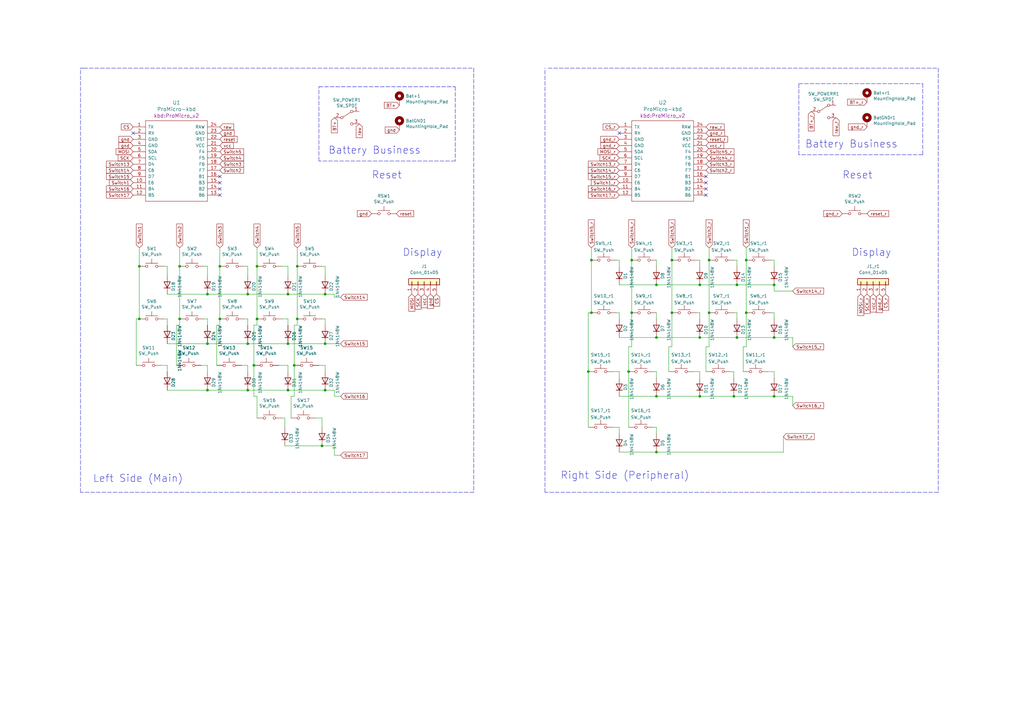
<source format=kicad_sch>
(kicad_sch (version 20250114) (generator "eeschema") (generator_version "9.0")
  (paper "A3")
  (title_block (title "Sweep V2") (date "2021-03-10") (rev "0.1") (company "broomlabs"))
  (text "Battery Business" (at 134.62 63.5 0) (effects (font (size 2.9972 2.9972)) (justify left bottom)))
  (text "Reset" (at 152.4 73.66 0) (effects (font (size 2.9972 2.9972)) (justify left bottom)))
  (text "Left Side (Main)" (at 38.1 198.12 0) (effects (font (size 2.9972 2.9972)) (justify left bottom)))
  (text "Display" (at 165.1 105.41 0) (effects (font (size 2.9972 2.9972)) (justify left bottom)))
  (text "Right Side (Peripheral)" (at 229.87 196.85 0) (effects (font (size 2.9972 2.9972)) (justify left bottom)))
  (text "Battery Business" (at 330.2 60.96 0) (effects (font (size 2.9972 2.9972)) (justify left bottom)))
  (text "Reset" (at 345.44 73.66 0) (effects (font (size 2.9972 2.9972)) (justify left bottom)))
  (text "Display" (at 349.25 105.41 0) (effects (font (size 2.9972 2.9972)) (justify left bottom)))
  (junction (at 85.09 140.97))
  (junction (at 90.17 109.22))
  (junction (at 275.59 128.27))
  (junction (at 317.5 116.84))
  (junction (at 121.92 109.22))
  (junction (at 290.83 106.68))
  (junction (at 269.24 138.43))
  (junction (at 287.02 116.84))
  (junction (at 287.02 162.56))
  (junction (at 118.11 120.65))
  (junction (at 287.02 138.43))
  (junction (at 259.08 128.27))
  (junction (at 85.09 120.65))
  (junction (at 133.35 160.02))
  (junction (at 132.08 182.88))
  (junction (at 302.26 138.43))
  (junction (at 259.08 106.68))
  (junction (at 90.17 130.81))
  (junction (at 290.83 128.27))
  (junction (at 101.6 140.97))
  (junction (at 269.24 116.84))
  (junction (at 269.24 162.56))
  (junction (at 73.66 130.81))
  (junction (at 101.6 120.65))
  (junction (at 257.81 152.4))
  (junction (at 120.65 149.86))
  (junction (at 118.11 140.97))
  (junction (at 73.66 109.22))
  (junction (at 57.15 130.81))
  (junction (at 105.41 109.22))
  (junction (at 275.59 106.68))
  (junction (at 242.57 106.68))
  (junction (at 57.15 109.22))
  (junction (at 118.11 160.02))
  (junction (at 306.07 128.27))
  (junction (at 269.24 185.42))
  (junction (at 300.99 162.56))
  (junction (at 133.35 120.65))
  (junction (at 302.26 116.84))
  (junction (at 317.5 162.56))
  (junction (at 241.3 152.4))
  (junction (at 101.6 160.02))
  (junction (at 242.57 128.27))
  (junction (at 104.14 149.86))
  (junction (at 121.92 130.81))
  (junction (at 105.41 130.81))
  (junction (at 317.5 138.43))
  (junction (at 306.07 106.68))
  (junction (at 85.09 160.02))
  (junction (at 133.35 140.97))
  (no_connect (at 90.17 74.93))
  (no_connect (at 289.56 80.01))
  (no_connect (at 90.17 72.39))
  (no_connect (at 54.61 54.61))
  (no_connect (at 254 54.61))
  (no_connect (at 90.17 77.47))
  (no_connect (at 289.56 77.47))
  (no_connect (at 90.17 80.01))
  (no_connect (at 289.56 74.93))
  (no_connect (at 289.56 72.39))
  (wire (pts (xy 287.02 106.68) (xy 287.02 109.22)))
  (wire (pts (xy 137.16 162.56) (xy 139.7 162.56)))
  (wire (pts (xy 133.35 149.86) (xy 133.35 152.4)))
  (wire (pts (xy 314.96 152.4) (xy 317.5 152.4)))
  (wire (pts (xy 287.02 128.27) (xy 287.02 130.81)))
  (polyline (pts (xy 223.52 201.93) (xy 223.52 27.94)) (stroke (width 0) (type dash)))
  (wire (pts (xy 85.09 109.22) (xy 85.09 113.03)))
  (polyline (pts (xy 130.81 35.56) (xy 186.69 35.56)) (stroke (width 0) (type dash)))
  (wire (pts (xy 285.75 106.68) (xy 287.02 106.68)))
  (wire (pts (xy 269.24 152.4) (xy 269.24 154.94)))
  (wire (pts (xy 100.33 109.22) (xy 101.6 109.22)))
  (wire (pts (xy 101.6 109.22) (xy 101.6 113.03)))
  (wire (pts (xy 73.66 133.35) (xy 72.39 133.35)))
  (wire (pts (xy 57.15 109.22) (xy 57.15 130.81)))
  (wire (pts (xy 132.08 171.45) (xy 132.08 175.26)))
  (wire (pts (xy 83.82 130.81) (xy 85.09 130.81)))
  (polyline (pts (xy 384.81 27.94) (xy 384.81 201.93)) (stroke (width 0) (type dash)))
  (wire (pts (xy 290.83 142.24) (xy 289.56 142.24)))
  (wire (pts (xy 85.09 120.65) (xy 101.6 120.65)))
  (wire (pts (xy 73.66 109.22) (xy 73.66 130.81)))
  (wire (pts (xy 300.99 162.56) (xy 317.5 162.56)))
  (wire (pts (xy 68.58 109.22) (xy 68.58 113.03)))
  (wire (pts (xy 90.17 130.81) (xy 90.17 133.35)))
  (wire (pts (xy 242.57 101.6) (xy 242.57 106.68)))
  (polyline (pts (xy 224.79 27.94) (xy 384.81 27.94)) (stroke (width 0) (type dash)))
  (wire (pts (xy 302.26 106.68) (xy 302.26 109.22)))
  (wire (pts (xy 90.17 109.22) (xy 90.17 130.81)))
  (wire (pts (xy 269.24 128.27) (xy 269.24 130.81)))
  (wire (pts (xy 269.24 185.42) (xy 321.31 185.42)))
  (wire (pts (xy 101.6 120.65) (xy 118.11 120.65)))
  (wire (pts (xy 129.54 171.45) (xy 132.08 171.45)))
  (wire (pts (xy 116.84 182.88) (xy 132.08 182.88)))
  (wire (pts (xy 88.9 133.35) (xy 88.9 149.86)))
  (wire (pts (xy 254 106.68) (xy 254 109.22)))
  (wire (pts (xy 68.58 130.81) (xy 68.58 133.35)))
  (wire (pts (xy 259.08 128.27) (xy 259.08 142.24)))
  (wire (pts (xy 133.35 109.22) (xy 133.35 113.03)))
  (wire (pts (xy 132.08 109.22) (xy 133.35 109.22)))
  (wire (pts (xy 287.02 116.84) (xy 302.26 116.84)))
  (wire (pts (xy 302.26 138.43) (xy 317.5 138.43)))
  (wire (pts (xy 269.24 116.84) (xy 287.02 116.84)))
  (wire (pts (xy 115.57 130.81) (xy 118.11 130.81)))
  (wire (pts (xy 73.66 101.6) (xy 73.66 109.22)))
  (wire (pts (xy 259.08 142.24) (xy 257.81 142.24)))
  (wire (pts (xy 241.3 128.27) (xy 242.57 128.27)))
  (wire (pts (xy 118.11 120.65) (xy 133.35 120.65)))
  (polyline (pts (xy 378.46 63.5) (xy 327.66 63.5)) (stroke (width 0) (type dash)))
  (wire (pts (xy 137.16 121.92) (xy 139.7 121.92)))
  (wire (pts (xy 284.48 152.4) (xy 287.02 152.4)))
  (wire (pts (xy 66.04 149.86) (xy 68.58 149.86)))
  (wire (pts (xy 290.83 106.68) (xy 290.83 128.27)))
  (wire (pts (xy 104.14 162.56) (xy 105.41 162.56)))
  (wire (pts (xy 83.82 109.22) (xy 85.09 109.22)))
  (wire (pts (xy 72.39 133.35) (xy 72.39 149.86)))
  (wire (pts (xy 137.16 182.88) (xy 137.16 186.69)))
  (wire (pts (xy 121.92 109.22) (xy 121.92 130.81)))
  (wire (pts (xy 317.5 152.4) (xy 317.5 154.94)))
  (wire (pts (xy 133.35 160.02) (xy 137.16 160.02)))
  (wire (pts (xy 100.33 130.81) (xy 101.6 130.81)))
  (wire (pts (xy 132.08 130.81) (xy 133.35 130.81)))
  (wire (pts (xy 55.88 130.81) (xy 57.15 130.81)))
  (wire (pts (xy 68.58 149.86) (xy 68.58 152.4)))
  (wire (pts (xy 115.57 171.45) (xy 116.84 171.45)))
  (wire (pts (xy 137.16 186.69) (xy 139.7 186.69)))
  (wire (pts (xy 68.58 140.97) (xy 85.09 140.97)))
  (wire (pts (xy 274.32 142.24) (xy 274.32 152.4)))
  (wire (pts (xy 254 162.56) (xy 269.24 162.56)))
  (polyline (pts (xy 130.81 66.04) (xy 130.81 35.56)) (stroke (width 0) (type dash)))
  (polyline (pts (xy 33.02 201.93) (xy 33.02 27.94)) (stroke (width 0) (type dash)))
  (wire (pts (xy 55.88 149.86) (xy 55.88 130.81)))
  (wire (pts (xy 119.38 162.56) (xy 119.38 171.45)))
  (wire (pts (xy 85.09 149.86) (xy 85.09 152.4)))
  (polyline (pts (xy 186.69 66.04) (xy 130.81 66.04)) (stroke (width 0) (type dash)))
  (wire (pts (xy 317.5 138.43) (xy 325.12 138.43)))
  (wire (pts (xy 101.6 149.86) (xy 101.6 152.4)))
  (wire (pts (xy 133.35 130.81) (xy 133.35 133.35)))
  (wire (pts (xy 118.11 130.81) (xy 118.11 133.35)))
  (wire (pts (xy 285.75 128.27) (xy 287.02 128.27)))
  (wire (pts (xy 316.23 106.68) (xy 317.5 106.68)))
  (wire (pts (xy 121.92 101.6) (xy 121.92 109.22)))
  (wire (pts (xy 257.81 152.4) (xy 257.81 175.26)))
  (wire (pts (xy 101.6 130.81) (xy 101.6 133.35)))
  (wire (pts (xy 251.46 175.26) (xy 254 175.26)))
  (wire (pts (xy 118.11 109.22) (xy 118.11 113.03)))
  (wire (pts (xy 300.99 128.27) (xy 302.26 128.27)))
  (wire (pts (xy 118.11 160.02) (xy 133.35 160.02)))
  (wire (pts (xy 104.14 149.86) (xy 104.14 162.56)))
  (wire (pts (xy 133.35 140.97) (xy 139.7 140.97)))
  (wire (pts (xy 254 152.4) (xy 254 154.94)))
  (wire (pts (xy 120.65 162.56) (xy 119.38 162.56)))
  (wire (pts (xy 120.65 133.35) (xy 120.65 149.86)))
  (wire (pts (xy 137.16 160.02) (xy 137.16 162.56)))
  (wire (pts (xy 275.59 101.6) (xy 275.59 106.68)))
  (wire (pts (xy 254 128.27) (xy 254 130.81)))
  (wire (pts (xy 241.3 152.4) (xy 241.3 128.27)))
  (wire (pts (xy 325.12 162.56) (xy 325.12 166.37)))
  (wire (pts (xy 121.92 130.81) (xy 121.92 133.35)))
  (polyline (pts (xy 327.66 63.5) (xy 327.66 34.29)) (stroke (width 0) (type dash)))
  (wire (pts (xy 114.3 149.86) (xy 118.11 149.86)))
  (wire (pts (xy 68.58 160.02) (xy 85.09 160.02)))
  (wire (pts (xy 118.11 149.86) (xy 118.11 152.4)))
  (wire (pts (xy 252.73 128.27) (xy 254 128.27)))
  (wire (pts (xy 317.5 128.27) (xy 317.5 130.81)))
  (polyline (pts (xy 34.29 27.94) (xy 194.31 27.94)) (stroke (width 0) (type dash)))
  (wire (pts (xy 287.02 152.4) (xy 287.02 154.94)))
  (wire (pts (xy 306.07 101.6) (xy 306.07 106.68)))
  (wire (pts (xy 290.83 101.6) (xy 290.83 106.68)))
  (wire (pts (xy 67.31 109.22) (xy 68.58 109.22)))
  (polyline (pts (xy 327.66 34.29) (xy 378.46 34.29)) (stroke (width 0) (type dash)))
  (polyline (pts (xy 186.69 35.56) (xy 186.69 66.04)) (stroke (width 0) (type dash)))
  (wire (pts (xy 254 185.42) (xy 269.24 185.42)))
  (wire (pts (xy 254 138.43) (xy 269.24 138.43)))
  (wire (pts (xy 287.02 162.56) (xy 300.99 162.56)))
  (wire (pts (xy 317.5 119.38) (xy 325.12 119.38)))
  (wire (pts (xy 120.65 149.86) (xy 120.65 162.56)))
  (wire (pts (xy 299.72 152.4) (xy 300.99 152.4)))
  (wire (pts (xy 68.58 120.65) (xy 85.09 120.65)))
  (polyline (pts (xy 378.46 34.29) (xy 378.46 63.5)) (stroke (width 0) (type dash)))
  (wire (pts (xy 300.99 106.68) (xy 302.26 106.68)))
  (wire (pts (xy 104.14 133.35) (xy 104.14 149.86)))
  (wire (pts (xy 259.08 106.68) (xy 259.08 128.27)))
  (wire (pts (xy 137.16 120.65) (xy 137.16 121.92)))
  (wire (pts (xy 317.5 106.68) (xy 317.5 109.22)))
  (polyline (pts (xy 33.02 27.94) (xy 34.29 27.94)) (stroke (width 0) (type dash)))
  (wire (pts (xy 105.41 101.6) (xy 105.41 109.22)))
  (polyline (pts (xy 384.81 201.93) (xy 223.52 201.93)) (stroke (width 0) (type dash)))
  (wire (pts (xy 85.09 160.02) (xy 101.6 160.02)))
  (wire (pts (xy 269.24 162.56) (xy 287.02 162.56)))
  (wire (pts (xy 242.57 106.68) (xy 242.57 128.27)))
  (wire (pts (xy 133.35 120.65) (xy 137.16 120.65)))
  (wire (pts (xy 118.11 140.97) (xy 133.35 140.97)))
  (wire (pts (xy 85.09 140.97) (xy 101.6 140.97)))
  (wire (pts (xy 57.15 101.6) (xy 57.15 109.22)))
  (wire (pts (xy 302.26 128.27) (xy 302.26 130.81)))
  (wire (pts (xy 105.41 133.35) (xy 104.14 133.35)))
  (wire (pts (xy 105.41 109.22) (xy 105.41 130.81)))
  (wire (pts (xy 252.73 106.68) (xy 254 106.68)))
  (wire (pts (xy 105.41 130.81) (xy 105.41 133.35)))
  (wire (pts (xy 269.24 175.26) (xy 269.24 177.8)))
  (wire (pts (xy 90.17 133.35) (xy 88.9 133.35)))
  (wire (pts (xy 275.59 142.24) (xy 274.32 142.24)))
  (wire (pts (xy 317.5 162.56) (xy 325.12 162.56)))
  (wire (pts (xy 304.8 142.24) (xy 304.8 152.4)))
  (wire (pts (xy 251.46 152.4) (xy 254 152.4)))
  (wire (pts (xy 275.59 128.27) (xy 275.59 142.24)))
  (wire (pts (xy 115.57 109.22) (xy 118.11 109.22)))
  (wire (pts (xy 325.12 138.43) (xy 325.12 142.24)))
  (wire (pts (xy 269.24 138.43) (xy 287.02 138.43)))
  (wire (pts (xy 85.09 130.81) (xy 85.09 133.35)))
  (wire (pts (xy 254 175.26) (xy 254 177.8)))
  (wire (pts (xy 105.41 162.56) (xy 105.41 171.45)))
  (wire (pts (xy 306.07 142.24) (xy 304.8 142.24)))
  (wire (pts (xy 267.97 152.4) (xy 269.24 152.4)))
  (wire (pts (xy 99.06 149.86) (xy 101.6 149.86)))
  (wire (pts (xy 121.92 133.35) (xy 120.65 133.35)))
  (polyline (pts (xy 194.31 27.94) (xy 194.31 201.93)) (stroke (width 0) (type dash)))
  (wire (pts (xy 289.56 142.24) (xy 289.56 152.4)))
  (wire (pts (xy 67.31 130.81) (xy 68.58 130.81)))
  (polyline (pts (xy 194.31 201.93) (xy 33.02 201.93)) (stroke (width 0) (type dash)))
  (wire (pts (xy 287.02 138.43) (xy 302.26 138.43)))
  (wire (pts (xy 257.81 142.24) (xy 257.81 152.4)))
  (wire (pts (xy 241.3 152.4) (xy 241.3 175.26)))
  (wire (pts (xy 101.6 160.02) (xy 118.11 160.02)))
  (wire (pts (xy 302.26 116.84) (xy 317.5 116.84)))
  (wire (pts (xy 259.08 101.6) (xy 259.08 106.68)))
  (wire (pts (xy 101.6 140.97) (xy 118.11 140.97)))
  (wire (pts (xy 267.97 175.26) (xy 269.24 175.26)))
  (wire (pts (xy 130.81 149.86) (xy 133.35 149.86)))
  (wire (pts (xy 132.08 182.88) (xy 137.16 182.88)))
  (wire (pts (xy 116.84 171.45) (xy 116.84 175.26)))
  (wire (pts (xy 90.17 101.6) (xy 90.17 109.22)))
  (wire (pts (xy 269.24 106.68) (xy 269.24 109.22)))
  (wire (pts (xy 73.66 130.81) (xy 73.66 133.35)))
  (wire (pts (xy 290.83 128.27) (xy 290.83 142.24)))
  (wire (pts (xy 275.59 106.68) (xy 275.59 128.27)))
  (wire (pts (xy 316.23 128.27) (xy 317.5 128.27)))
  (wire (pts (xy 254 116.84) (xy 269.24 116.84)))
  (wire (pts (xy 306.07 128.27) (xy 306.07 142.24)))
  (wire (pts (xy 306.07 106.68) (xy 306.07 128.27)))
  (wire (pts (xy 317.5 116.84) (xy 317.5 119.38)))
  (wire (pts (xy 300.99 152.4) (xy 300.99 154.94)))
  (wire (pts (xy 321.31 185.42) (xy 321.31 179.07)))
  (wire (pts (xy 82.55 149.86) (xy 85.09 149.86)))
  (global_label "Switch14" (shape input) (at 54.61 69.85 180) (property "Intersheetrefs" "${INTERSHEET_REFS}" (effects (hide yes))))
  (global_label "BT+_r" (shape input) (at 332.74 45.72 270) (property "Intersheetrefs" "${INTERSHEET_REFS}" (effects (hide yes))))
  (global_label "Switch3_r" (shape input) (at 275.59 101.6 90) (property "Intersheetrefs" "${INTERSHEET_REFS}" (effects (hide yes))))
  (global_label "Switch5" (shape input) (at 121.92 101.6 90) (property "Intersheetrefs" "${INTERSHEET_REFS}" (effects (hide yes))))
  (global_label "Switch15_r" (shape input) (at 325.12 142.24 0) (property "Intersheetrefs" "${INTERSHEET_REFS}" (effects (hide yes))))
  (global_label "gnd_r" (shape input) (at 360.68 120.65 270) (property "Intersheetrefs" "${INTERSHEET_REFS}" (effects (hide yes))))
  (global_label "Switch4" (shape input) (at 90.17 64.77 0) (property "Intersheetrefs" "${INTERSHEET_REFS}" (effects (hide yes))))
  (global_label "reset" (shape input) (at 162.56 87.63 0) (property "Intersheetrefs" "${INTERSHEET_REFS}" (effects (hide yes))))
  (global_label "vcc_r" (shape input) (at 358.14 120.65 270) (property "Intersheetrefs" "${INTERSHEET_REFS}" (effects (hide yes))))
  (global_label "vcc" (shape input) (at 90.17 59.69 0) (property "Intersheetrefs" "${INTERSHEET_REFS}" (effects (hide yes))))
  (global_label "Switch16" (shape input) (at 139.7 162.56 0) (property "Intersheetrefs" "${INTERSHEET_REFS}" (effects (hide yes))))
  (global_label "gnd" (shape input) (at 152.4 87.63 180) (property "Intersheetrefs" "${INTERSHEET_REFS}" (effects (hide yes))))
  (global_label "gnd_r" (shape input) (at 345.44 87.63 180) (property "Intersheetrefs" "${INTERSHEET_REFS}" (effects (hide yes))))
  (global_label "Switch17_r" (shape input) (at 321.31 179.07 0) (property "Intersheetrefs" "${INTERSHEET_REFS}" (effects (hide yes))))
  (global_label "SCK" (shape input) (at 171.45 120.65 270) (property "Intersheetrefs" "${INTERSHEET_REFS}" (effects (hide yes))))
  (global_label "reset_r" (shape input) (at 289.56 57.15 0) (property "Intersheetrefs" "${INTERSHEET_REFS}" (effects (hide yes))))
  (global_label "gnd" (shape input) (at 163.83 53.34 180) (property "Intersheetrefs" "${INTERSHEET_REFS}" (effects (hide yes))))
  (global_label "gnd" (shape input) (at 90.17 54.61 0) (property "Intersheetrefs" "${INTERSHEET_REFS}" (effects (hide yes))))
  (global_label "gnd" (shape input) (at 54.61 59.69 180) (property "Intersheetrefs" "${INTERSHEET_REFS}" (effects (hide yes))))
  (global_label "Switch16_r" (shape input) (at 325.12 166.37 0) (property "Intersheetrefs" "${INTERSHEET_REFS}" (effects (hide yes))))
  (global_label "Switch2_r" (shape input) (at 289.56 69.85 0) (property "Intersheetrefs" "${INTERSHEET_REFS}" (effects (hide yes))))
  (global_label "raw" (shape input) (at 90.17 52.07 0) (property "Intersheetrefs" "${INTERSHEET_REFS}" (effects (hide yes))))
  (global_label "BT+" (shape input) (at 137.16 48.26 270) (property "Intersheetrefs" "${INTERSHEET_REFS}" (effects (hide yes))))
  (global_label "SCK_r" (shape input) (at 355.6 120.65 270) (property "Intersheetrefs" "${INTERSHEET_REFS}" (effects (hide yes))))
  (global_label "gnd_r" (shape input) (at 254 57.15 180) (property "Intersheetrefs" "${INTERSHEET_REFS}" (effects (hide yes))))
  (global_label "gnd" (shape input) (at 54.61 57.15 180) (property "Intersheetrefs" "${INTERSHEET_REFS}" (effects (hide yes))))
  (global_label "MOSI" (shape input) (at 168.91 120.65 270) (property "Intersheetrefs" "${INTERSHEET_REFS}" (effects (hide yes))))
  (global_label "gnd_r" (shape input) (at 254 59.69 180) (property "Intersheetrefs" "${INTERSHEET_REFS}" (effects (hide yes))))
  (global_label "Switch1_r" (shape input) (at 306.07 101.6 90) (property "Intersheetrefs" "${INTERSHEET_REFS}" (effects (hide yes))))
  (global_label "reset" (shape input) (at 90.17 57.15 0) (property "Intersheetrefs" "${INTERSHEET_REFS}" (effects (hide yes))))
  (global_label "BT+" (shape input) (at 163.83 43.18 180) (property "Intersheetrefs" "${INTERSHEET_REFS}" (effects (hide yes))))
  (global_label "Switch1" (shape input) (at 54.61 74.93 180) (property "Intersheetrefs" "${INTERSHEET_REFS}" (effects (hide yes))))
  (global_label "Switch5_r" (shape input) (at 242.57 101.6 90) (property "Intersheetrefs" "${INTERSHEET_REFS}" (effects (hide yes))))
  (global_label "Switch2" (shape input) (at 73.66 101.6 90) (property "Intersheetrefs" "${INTERSHEET_REFS}" (effects (hide yes))))
  (global_label "raw" (shape input) (at 147.32 50.8 270) (property "Intersheetrefs" "${INTERSHEET_REFS}" (effects (hide yes))))
  (global_label "Switch4_r" (shape input) (at 289.56 64.77 0) (property "Intersheetrefs" "${INTERSHEET_REFS}" (effects (hide yes))))
  (global_label "Switch3" (shape input) (at 90.17 101.6 90) (property "Intersheetrefs" "${INTERSHEET_REFS}" (effects (hide yes))))
  (global_label "Switch1_r" (shape input) (at 254 74.93 180) (property "Intersheetrefs" "${INTERSHEET_REFS}" (effects (hide yes))))
  (global_label "vcc_r" (shape input) (at 289.56 59.69 0) (property "Intersheetrefs" "${INTERSHEET_REFS}" (effects (hide yes))))
  (global_label "Switch4" (shape input) (at 105.41 101.6 90) (property "Intersheetrefs" "${INTERSHEET_REFS}" (effects (hide yes))))
  (global_label "MOSI_r" (shape input) (at 353.06 120.65 270) (property "Intersheetrefs" "${INTERSHEET_REFS}" (effects (hide yes))))
  (global_label "Switch2" (shape input) (at 90.17 69.85 0) (property "Intersheetrefs" "${INTERSHEET_REFS}" (effects (hide yes))))
  (global_label "CS" (shape input) (at 54.61 52.07 180) (property "Intersheetrefs" "${INTERSHEET_REFS}" (effects (hide yes))))
  (global_label "reset_r" (shape input) (at 355.6 87.63 0) (property "Intersheetrefs" "${INTERSHEET_REFS}" (effects (hide yes))))
  (global_label "vcc" (shape input) (at 173.99 120.65 270) (property "Intersheetrefs" "${INTERSHEET_REFS}" (effects (hide yes))))
  (global_label "Switch3_r" (shape input) (at 289.56 67.31 0) (property "Intersheetrefs" "${INTERSHEET_REFS}" (effects (hide yes))))
  (global_label "Switch4_r" (shape input) (at 259.08 101.6 90) (property "Intersheetrefs" "${INTERSHEET_REFS}" (effects (hide yes))))
  (global_label "SCK" (shape input) (at 54.61 64.77 180) (property "Intersheetrefs" "${INTERSHEET_REFS}" (effects (hide yes))))
  (global_label "Switch3" (shape input) (at 90.17 67.31 0) (property "Intersheetrefs" "${INTERSHEET_REFS}" (effects (hide yes))))
  (global_label "gnd_r" (shape input) (at 355.6 52.07 180) (property "Intersheetrefs" "${INTERSHEET_REFS}" (effects (hide yes))))
  (global_label "Switch15" (shape input) (at 54.61 72.39 180) (property "Intersheetrefs" "${INTERSHEET_REFS}" (effects (hide yes))))
  (global_label "Switch16" (shape input) (at 54.61 77.47 180) (property "Intersheetrefs" "${INTERSHEET_REFS}" (effects (hide yes))))
  (global_label "MOSI" (shape input) (at 54.61 62.23 180) (property "Intersheetrefs" "${INTERSHEET_REFS}" (effects (hide yes))))
  (global_label "Switch1" (shape input) (at 57.15 101.6 90) (property "Intersheetrefs" "${INTERSHEET_REFS}" (effects (hide yes))))
  (global_label "Switch2_r" (shape input) (at 290.83 101.6 90) (property "Intersheetrefs" "${INTERSHEET_REFS}" (effects (hide yes))))
  (global_label "gnd_r" (shape input) (at 718.82 306.07 0) (property "Intersheetrefs" "${INTERSHEET_REFS}" (effects (hide yes))))
  (global_label "gnd" (shape input) (at 176.53 120.65 270) (property "Intersheetrefs" "${INTERSHEET_REFS}" (effects (hide yes))))
  (global_label "Switch15_r" (shape input) (at 254 72.39 180) (property "Intersheetrefs" "${INTERSHEET_REFS}" (effects (hide yes))))
  (global_label "raw_r" (shape input) (at 342.9 48.26 270) (property "Intersheetrefs" "${INTERSHEET_REFS}" (effects (hide yes))))
  (global_label "raw_r" (shape input) (at 289.56 52.07 0) (property "Intersheetrefs" "${INTERSHEET_REFS}" (effects (hide yes))))
  (global_label "Switch15" (shape input) (at 139.7 140.97 0) (property "Intersheetrefs" "${INTERSHEET_REFS}" (effects (hide yes))))
  (global_label "Switch17" (shape input) (at 54.61 80.01 180) (property "Intersheetrefs" "${INTERSHEET_REFS}" (effects (hide yes))))
  (global_label "BT+_r" (shape input) (at 355.6 41.91 180) (property "Intersheetrefs" "${INTERSHEET_REFS}" (effects (hide yes))))
  (global_label "MOSI_r" (shape input) (at 254 62.23 180) (property "Intersheetrefs" "${INTERSHEET_REFS}" (effects (hide yes))))
  (global_label "SCK_r" (shape input) (at 254 64.77 180) (property "Intersheetrefs" "${INTERSHEET_REFS}" (effects (hide yes))))
  (global_label "Switch14_r" (shape input) (at 254 69.85 180) (property "Intersheetrefs" "${INTERSHEET_REFS}" (effects (hide yes))))
  (global_label "Switch14_r" (shape input) (at 325.12 119.38 0) (property "Intersheetrefs" "${INTERSHEET_REFS}" (effects (hide yes))))
  (global_label "CS" (shape input) (at 179.07 120.65 270) (property "Intersheetrefs" "${INTERSHEET_REFS}" (effects (hide yes))))
  (global_label "Switch5" (shape input) (at 90.17 62.23 0) (property "Intersheetrefs" "${INTERSHEET_REFS}" (effects (hide yes))))
  (global_label "Switch13_r" (shape input) (at 254 67.31 180) (property "Intersheetrefs" "${INTERSHEET_REFS}" (effects (hide yes))))
  (global_label "Switch17" (shape input) (at 139.7 186.69 0) (property "Intersheetrefs" "${INTERSHEET_REFS}" (effects (hide yes))))
  (global_label "gnd_r" (shape input) (at 289.56 54.61 0) (property "Intersheetrefs" "${INTERSHEET_REFS}" (effects (hide yes))))
  (global_label "Switch5_r" (shape input) (at 289.56 62.23 0) (property "Intersheetrefs" "${INTERSHEET_REFS}" (effects (hide yes))))
  (global_label "CS_r" (shape input) (at 363.22 120.65 270) (property "Intersheetrefs" "${INTERSHEET_REFS}" (effects (hide yes))))
  (global_label "Switch13" (shape input) (at 54.61 67.31 180) (property "Intersheetrefs" "${INTERSHEET_REFS}" (effects (hide yes))))
  (global_label "Switch14" (shape input) (at 139.7 121.92 0) (property "Intersheetrefs" "${INTERSHEET_REFS}" (effects (hide yes))))
  (global_label "Switch17_r" (shape input) (at 254 80.01 180) (property "Intersheetrefs" "${INTERSHEET_REFS}" (effects (hide yes))))
  (global_label "Switch16_r" (shape input) (at 254 77.47 180) (property "Intersheetrefs" "${INTERSHEET_REFS}" (effects (hide yes))))
  (global_label "CS_r" (shape input) (at 254 52.07 180) (property "Intersheetrefs" "${INTERSHEET_REFS}" (effects (hide yes))))
  (symbol (lib_id "Mechanical:MountingHole_Pad") (at 163.83 40.64 0) (unit 1)
    (property "Reference" "Bat+1" (at 166.37 39.3954 0) (effects (justify left)))
    (property "Value" "MountingHole_Pad" (at 166.37 41.7068 0) (effects (justify left)))
    (property "Footprint" "kbd:1pin_conn" (effects (hide yes)))
  )
  (symbol (lib_id "Mechanical:MountingHole_Pad") (at 163.83 50.8 0) (unit 1)
    (property "Reference" "BatGND1" (at 166.37 49.5554 0) (effects (justify left)))
    (property "Value" "MountingHole_Pad" (at 166.37 51.8668 0) (effects (justify left)))
    (property "Footprint" "kbd:1pin_conn" (effects (hide yes)))
  )
  (symbol (lib_id "sweepv2-rescue:ProMicro-kbd-bigblackpill-34key-rescue") (at 72.39 71.12 0) (unit 1)
    (property "Reference" "U1" (at 72.39 42.0878 0) (effects (font (size 1.524 1.524))))
    (property "Value" "ProMicro-kbd" (at 72.39 44.7802 0) (effects (font (size 1.524 1.524))))
    (property "Footprint" "kbd:ProMicro_v2" (at 72.39 47.4726 0) (effects (font (size 1.524 1.524))))
  )
  (symbol (lib_id "Switch:SW_Push") (at 62.23 109.22 0) (unit 1)
    (property "Reference" "SW1" (at 62.23 101.981 0))
    (property "Value" "SW_Push" (at 62.23 104.2924 0))
    (property "Footprint" "Kailh:SW_PG1350_rev_DPB" (effects (hide yes)))
  )
  (symbol (lib_id "Switch:SW_Push") (at 78.74 109.22 0) (unit 1)
    (property "Reference" "SW2" (at 78.74 101.981 0))
    (property "Value" "SW_Push" (at 78.74 104.2924 0))
    (property "Footprint" "Kailh:SW_PG1350_rev_DPB" (effects (hide yes)))
  )
  (symbol (lib_id "Switch:SW_Push") (at 95.25 109.22 0) (unit 1)
    (property "Reference" "SW3" (at 95.25 101.981 0))
    (property "Value" "SW_Push" (at 95.25 104.2924 0))
    (property "Footprint" "Kailh:SW_PG1350_rev_DPB" (effects (hide yes)))
  )
  (symbol (lib_id "Switch:SW_Push") (at 110.49 109.22 0) (unit 1)
    (property "Reference" "SW4" (at 110.49 101.981 0))
    (property "Value" "SW_Push" (at 110.49 104.2924 0))
    (property "Footprint" "Kailh:SW_PG1350_rev_DPB" (effects (hide yes)))
  )
  (symbol (lib_id "Switch:SW_Push") (at 127 109.22 0) (unit 1)
    (property "Reference" "SW5" (at 127 101.981 0))
    (property "Value" "SW_Push" (at 127 104.2924 0))
    (property "Footprint" "Kailh:SW_PG1350_rev_DPB" (effects (hide yes)))
  )
  (symbol (lib_id "Switch:SW_Push") (at 110.49 171.45 0) (unit 1)
    (property "Reference" "SW16" (at 110.49 164.211 0))
    (property "Value" "SW_Push" (at 110.49 166.5224 0))
    (property "Footprint" "Kailh:SW_PG1350_rev_DPB" (effects (hide yes)))
  )
  (symbol (lib_id "Switch:SW_Push") (at 124.46 171.45 0) (unit 1)
    (property "Reference" "SW17" (at 124.46 164.211 0))
    (property "Value" "SW_Push" (at 124.46 166.5224 0))
    (property "Footprint" "Kailh:SW_PG1350_rev_DPB" (effects (hide yes)))
  )
  (symbol (lib_id "Switch:SW_Push") (at 62.23 130.81 0) (unit 1)
    (property "Reference" "SW6" (at 62.23 123.571 0))
    (property "Value" "SW_Push" (at 62.23 125.8824 0))
    (property "Footprint" "Kailh:SW_PG1350_rev_DPB" (effects (hide yes)))
  )
  (symbol (lib_id "Switch:SW_Push") (at 78.74 130.81 0) (unit 1)
    (property "Reference" "SW7" (at 78.74 123.571 0))
    (property "Value" "SW_Push" (at 78.74 125.8824 0))
    (property "Footprint" "Kailh:SW_PG1350_rev_DPB" (effects (hide yes)))
  )
  (symbol (lib_id "Switch:SW_Push") (at 95.25 130.81 0) (unit 1)
    (property "Reference" "SW8" (at 95.25 123.571 0))
    (property "Value" "SW_Push" (at 95.25 125.8824 0))
    (property "Footprint" "Kailh:SW_PG1350_rev_DPB" (effects (hide yes)))
  )
  (symbol (lib_id "Switch:SW_Push") (at 110.49 130.81 0) (unit 1)
    (property "Reference" "SW9" (at 110.49 123.571 0))
    (property "Value" "SW_Push" (at 110.49 125.8824 0))
    (property "Footprint" "Kailh:SW_PG1350_rev_DPB" (effects (hide yes)))
  )
  (symbol (lib_id "Switch:SW_Push") (at 127 130.81 0) (unit 1)
    (property "Reference" "SW10" (at 127 123.571 0))
    (property "Value" "SW_Push" (at 127 125.8824 0))
    (property "Footprint" "Kailh:SW_PG1350_rev_DPB" (effects (hide yes)))
  )
  (symbol (lib_id "Switch:SW_Push") (at 60.96 149.86 0) (unit 1)
    (property "Reference" "SW11" (at 60.96 142.621 0))
    (property "Value" "SW_Push" (at 60.96 144.9324 0))
    (property "Footprint" "Kailh:SW_PG1350_rev_DPB" (effects (hide yes)))
  )
  (symbol (lib_id "Switch:SW_Push") (at 77.47 149.86 0) (unit 1)
    (property "Reference" "SW12" (at 77.47 142.621 0))
    (property "Value" "SW_Push" (at 77.47 144.9324 0))
    (property "Footprint" "Kailh:SW_PG1350_rev_DPB" (effects (hide yes)))
  )
  (symbol (lib_id "Switch:SW_Push") (at 93.98 149.86 0) (unit 1)
    (property "Reference" "SW13" (at 93.98 142.621 0))
    (property "Value" "SW_Push" (at 93.98 144.9324 0))
    (property "Footprint" "Kailh:SW_PG1350_rev_DPB" (effects (hide yes)))
  )
  (symbol (lib_id "Switch:SW_Push") (at 109.22 149.86 0) (unit 1)
    (property "Reference" "SW14" (at 109.22 142.621 0))
    (property "Value" "SW_Push" (at 109.22 144.9324 0))
    (property "Footprint" "Kailh:SW_PG1350_rev_DPB" (effects (hide yes)))
  )
  (symbol (lib_id "Switch:SW_Push") (at 125.73 149.86 0) (unit 1)
    (property "Reference" "SW15" (at 125.73 142.621 0))
    (property "Value" "SW_Push" (at 125.73 144.9324 0))
    (property "Footprint" "Kailh:SW_PG1350_rev_DPB" (effects (hide yes)))
  )
  (symbol (lib_id "Switch:SW_Push") (at 157.48 87.63 0) (unit 1)
    (property "Reference" "RSW1" (at 157.48 80.391 0))
    (property "Value" "SW_Push" (at 157.48 82.7024 0))
    (property "Footprint" "kbd:ResetSW" (effects (hide yes)))
  )
  (symbol (lib_id "Switch:SW_SPDT") (at 142.24 48.26 0) (unit 1)
    (property "Reference" "SW_POWER1" (at 142.24 41.021 0))
    (property "Value" "SW_SPDT" (at 142.24 43.3324 0))
    (property "Footprint" "Kailh:SPDT_C128955" (effects (hide yes)))
  )
  (symbol (lib_id "Switch:SW_Push") (at 311.15 106.68 0) (unit 1)
    (property "Reference" "SW1_r1" (at 311.15 99.7925 0))
    (property "Value" "SW_Push" (at 311.15 102.5676 0))
    (property "Footprint" "Kailh:SW_PG1350_rev_DPB" (effects (hide yes)))
  )
  (symbol (lib_id "Switch:SW_Push") (at 295.91 106.68 0) (unit 1)
    (property "Reference" "SW2_r1" (at 295.91 99.7925 0))
    (property "Value" "SW_Push" (at 295.91 102.5676 0))
    (property "Footprint" "Kailh:SW_PG1350_rev_DPB" (effects (hide yes)))
  )
  (symbol (lib_id "Switch:SW_Push") (at 280.67 106.68 0) (unit 1)
    (property "Reference" "SW3_r1" (at 280.67 99.7925 0))
    (property "Value" "SW_Push" (at 280.67 102.5676 0))
    (property "Footprint" "Kailh:SW_PG1350_rev_DPB" (effects (hide yes)))
  )
  (symbol (lib_id "Switch:SW_Push") (at 264.16 106.68 0) (unit 1)
    (property "Reference" "SW4_r1" (at 264.16 99.7925 0))
    (property "Value" "SW_Push" (at 264.16 102.5676 0))
    (property "Footprint" "Kailh:SW_PG1350_rev_DPB" (effects (hide yes)))
  )
  (symbol (lib_id "Switch:SW_Push") (at 247.65 106.68 0) (unit 1)
    (property "Reference" "SW5_r1" (at 247.65 99.7925 0))
    (property "Value" "SW_Push" (at 247.65 102.5676 0))
    (property "Footprint" "Kailh:SW_PG1350_rev_DPB" (effects (hide yes)))
  )
  (symbol (lib_id "Switch:SW_Push") (at 262.89 175.26 0) (unit 1)
    (property "Reference" "SW16_r1" (at 262.89 168.3725 0))
    (property "Value" "SW_Push" (at 262.89 171.1476 0))
    (property "Footprint" "Kailh:SW_PG1350_rev_DPB" (effects (hide yes)))
  )
  (symbol (lib_id "Switch:SW_Push") (at 246.38 175.26 0) (unit 1)
    (property "Reference" "SW17_r1" (at 246.38 168.3725 0))
    (property "Value" "SW_Push" (at 246.38 171.1476 0))
    (property "Footprint" "Kailh:SW_PG1350_rev_DPB" (effects (hide yes)))
  )
  (symbol (lib_id "Switch:SW_Push") (at 311.15 128.27 0) (unit 1)
    (property "Reference" "SW6_r1" (at 311.15 121.3825 0))
    (property "Value" "SW_Push" (at 311.15 124.1576 0))
    (property "Footprint" "Kailh:SW_PG1350_rev_DPB" (effects (hide yes)))
  )
  (symbol (lib_id "Switch:SW_Push") (at 295.91 128.27 0) (unit 1)
    (property "Reference" "SW7_r1" (at 295.91 121.3825 0))
    (property "Value" "SW_Push" (at 295.91 124.1576 0))
    (property "Footprint" "Kailh:SW_PG1350_rev_DPB" (effects (hide yes)))
  )
  (symbol (lib_id "Switch:SW_Push") (at 280.67 128.27 0) (unit 1)
    (property "Reference" "SW8_r1" (at 280.67 121.3825 0))
    (property "Value" "SW_Push" (at 280.67 124.1576 0))
    (property "Footprint" "Kailh:SW_PG1350_rev_DPB" (effects (hide yes)))
  )
  (symbol (lib_id "Switch:SW_Push") (at 264.16 128.27 0) (unit 1)
    (property "Reference" "SW9_r1" (at 264.16 121.3825 0))
    (property "Value" "SW_Push" (at 264.16 124.1576 0))
    (property "Footprint" "Kailh:SW_PG1350_rev_DPB" (effects (hide yes)))
  )
  (symbol (lib_id "Switch:SW_Push") (at 247.65 128.27 0) (unit 1)
    (property "Reference" "SW10_r1" (at 247.65 121.3825 0))
    (property "Value" "SW_Push" (at 247.65 124.1576 0))
    (property "Footprint" "Kailh:SW_PG1350_rev_DPB" (effects (hide yes)))
  )
  (symbol (lib_id "Switch:SW_Push") (at 309.88 152.4 0) (unit 1)
    (property "Reference" "SW11_r1" (at 309.88 145.5125 0))
    (property "Value" "SW_Push" (at 309.88 148.2876 0))
    (property "Footprint" "Kailh:SW_PG1350_rev_DPB" (effects (hide yes)))
  )
  (symbol (lib_id "Switch:SW_Push") (at 294.64 152.4 0) (unit 1)
    (property "Reference" "SW12_r1" (at 294.64 145.5125 0))
    (property "Value" "SW_Push" (at 294.64 148.2876 0))
    (property "Footprint" "Kailh:SW_PG1350_rev_DPB" (effects (hide yes)))
  )
  (symbol (lib_id "Switch:SW_Push") (at 279.4 152.4 0) (unit 1)
    (property "Reference" "SW13_r1" (at 279.4 145.5125 0))
    (property "Value" "SW_Push" (at 279.4 148.2876 0))
    (property "Footprint" "Kailh:SW_PG1350_rev_DPB" (effects (hide yes)))
  )
  (symbol (lib_id "Switch:SW_Push") (at 262.89 152.4 0) (unit 1)
    (property "Reference" "SW14_r1" (at 262.89 145.5125 0))
    (property "Value" "SW_Push" (at 262.89 148.2876 0))
    (property "Footprint" "Kailh:SW_PG1350_rev_DPB" (effects (hide yes)))
  )
  (symbol (lib_id "Switch:SW_Push") (at 246.38 152.4 0) (unit 1)
    (property "Reference" "SW15_r1" (at 246.38 145.5125 0))
    (property "Value" "SW_Push" (at 246.38 148.2876 0))
    (property "Footprint" "Kailh:SW_PG1350_rev_DPB" (effects (hide yes)))
  )
  (symbol (lib_id "sweepv2-rescue:ProMicro-kbd-bigblackpill-34key-rescue") (at 271.78 71.12 0) (unit 1)
    (property "Reference" "U2" (at 271.78 42.0878 0) (effects (font (size 1.524 1.524))))
    (property "Value" "ProMicro-kbd" (at 271.78 44.7802 0) (effects (font (size 1.524 1.524))))
    (property "Footprint" "kbd:ProMicro_v2" (at 271.78 47.4726 0) (effects (font (size 1.524 1.524))))
  )
  (symbol (lib_id "Switch:SW_Push") (at 350.52 87.63 0) (unit 1)
    (property "Reference" "RSW2" (at 350.52 80.391 0))
    (property "Value" "SW_Push" (at 350.52 82.7024 0))
    (property "Footprint" "kbd:ResetSW" (effects (hide yes)))
  )
  (symbol (lib_id "Switch:SW_SPDT") (at 337.82 45.72 0) (unit 1)
    (property "Reference" "SW_POWERR1" (at 337.82 38.481 0))
    (property "Value" "SW_SPDT" (at 337.82 40.7924 0))
    (property "Footprint" "Kailh:SPDT_C128955" (effects (hide yes)))
  )
  (symbol (lib_id "Mechanical:MountingHole_Pad") (at 355.6 39.37 0) (unit 1)
    (property "Reference" "Bat+r1" (at 358.14 38.1254 0) (effects (justify left)))
    (property "Value" "MountingHole_Pad" (at 358.14 40.4368 0) (effects (justify left)))
    (property "Footprint" "kbd:1pin_conn" (effects (hide yes)))
  )
  (symbol (lib_id "Mechanical:MountingHole_Pad") (at 355.6 49.53 0) (unit 1)
    (property "Reference" "BatGNDr1" (at 358.14 48.2854 0) (effects (justify left)))
    (property "Value" "MountingHole_Pad" (at 358.14 50.5968 0) (effects (justify left)))
    (property "Footprint" "kbd:1pin_conn" (effects (hide yes)))
  )
  (symbol (lib_id "Diode:1N4148W") (at 269.24 134.62 90) (unit 1)
    (property "Reference" "D7" (at 271.78 133.35 0) (effects (justify right)))
    (property "Value" "1N4148W" (at 274.32 130.81 0) (effects (justify right)))
    (property "Footprint" "Diode_SMD:D_SOD-123" (effects (hide yes)))
    (property "Datasheet" "https://www.vishay.com/docs/85748/1n4148w.pdf" (effects (hide yes)))
    (property "Description" "75V 0.15A Fast Switching Diode, SOD-123" (effects (hide yes)))
    (property "Sim.Device" "D" (effects (hide yes)))
    (property "Sim.Pins" "1=K 2=A" (effects (hide yes)))
  )
  (symbol (lib_id "Diode:1N4148W") (at 85.09 156.21 90) (unit 1)
    (property "Reference" "D29" (at 87.63 154.94 0) (effects (justify right)))
    (property "Value" "1N4148W" (at 90.17 152.4 0) (effects (justify right)))
    (property "Footprint" "Diode_SMD:D_SOD-123" (effects (hide yes)))
    (property "Datasheet" "https://www.vishay.com/docs/85748/1n4148w.pdf" (effects (hide yes)))
    (property "Description" "75V 0.15A Fast Switching Diode, SOD-123" (effects (hide yes)))
    (property "Sim.Device" "D" (effects (hide yes)))
    (property "Sim.Pins" "1=K 2=A" (effects (hide yes)))
  )
  (symbol (lib_id "Diode:1N4148W") (at 116.84 179.07 90) (unit 1)
    (property "Reference" "D33" (at 119.38 177.8 0) (effects (justify right)))
    (property "Value" "1N4148W" (at 121.92 175.26 0) (effects (justify right)))
    (property "Footprint" "Diode_SMD:D_SOD-123" (effects (hide yes)))
    (property "Datasheet" "https://www.vishay.com/docs/85748/1n4148w.pdf" (effects (hide yes)))
    (property "Description" "75V 0.15A Fast Switching Diode, SOD-123" (effects (hide yes)))
    (property "Sim.Device" "D" (effects (hide yes)))
    (property "Sim.Pins" "1=K 2=A" (effects (hide yes)))
  )
  (symbol (lib_id "Diode:1N4148W") (at 302.26 134.62 90) (unit 1)
    (property "Reference" "D13" (at 304.8 133.35 0) (effects (justify right)))
    (property "Value" "1N4148W" (at 307.34 130.81 0) (effects (justify right)))
    (property "Footprint" "Diode_SMD:D_SOD-123" (effects (hide yes)))
    (property "Datasheet" "https://www.vishay.com/docs/85748/1n4148w.pdf" (effects (hide yes)))
    (property "Description" "75V 0.15A Fast Switching Diode, SOD-123" (effects (hide yes)))
    (property "Sim.Device" "D" (effects (hide yes)))
    (property "Sim.Pins" "1=K 2=A" (effects (hide yes)))
  )
  (symbol (lib_id "Diode:1N4148W") (at 85.09 116.84 90) (unit 1)
    (property "Reference" "D19" (at 87.63 115.57 0) (effects (justify right)))
    (property "Value" "1N4148W" (at 90.17 113.03 0) (effects (justify right)))
    (property "Footprint" "Diode_SMD:D_SOD-123" (effects (hide yes)))
    (property "Datasheet" "https://www.vishay.com/docs/85748/1n4148w.pdf" (effects (hide yes)))
    (property "Description" "75V 0.15A Fast Switching Diode, SOD-123" (effects (hide yes)))
    (property "Sim.Device" "D" (effects (hide yes)))
    (property "Sim.Pins" "1=K 2=A" (effects (hide yes)))
  )
  (symbol (lib_id "Diode:1N4148W") (at 317.5 158.75 90) (unit 1)
    (property "Reference" "D17" (at 320.04 157.48 0) (effects (justify right)))
    (property "Value" "1N4148W" (at 322.58 154.94 0) (effects (justify right)))
    (property "Footprint" "Diode_SMD:D_SOD-123" (effects (hide yes)))
    (property "Datasheet" "https://www.vishay.com/docs/85748/1n4148w.pdf" (effects (hide yes)))
    (property "Description" "75V 0.15A Fast Switching Diode, SOD-123" (effects (hide yes)))
    (property "Sim.Device" "D" (effects (hide yes)))
    (property "Sim.Pins" "1=K 2=A" (effects (hide yes)))
  )
  (symbol (lib_id "Diode:1N4148W") (at 269.24 113.03 90) (unit 1)
    (property "Reference" "D8" (at 271.78 111.76 0) (effects (justify right)))
    (property "Value" "1N4148W" (at 274.32 109.22 0) (effects (justify right)))
    (property "Footprint" "Diode_SMD:D_SOD-123" (effects (hide yes)))
    (property "Datasheet" "https://www.vishay.com/docs/85748/1n4148w.pdf" (effects (hide yes)))
    (property "Description" "75V 0.15A Fast Switching Diode, SOD-123" (effects (hide yes)))
    (property "Sim.Device" "D" (effects (hide yes)))
    (property "Sim.Pins" "1=K 2=A" (effects (hide yes)))
  )
  (symbol (lib_id "Diode:1N4148W") (at 302.26 113.03 90) (unit 1)
    (property "Reference" "D14" (at 304.8 111.76 0) (effects (justify right)))
    (property "Value" "1N4148W" (at 307.34 109.22 0) (effects (justify right)))
    (property "Footprint" "Diode_SMD:D_SOD-123" (effects (hide yes)))
    (property "Datasheet" "https://www.vishay.com/docs/85748/1n4148w.pdf" (effects (hide yes)))
    (property "Description" "75V 0.15A Fast Switching Diode, SOD-123" (effects (hide yes)))
    (property "Sim.Device" "D" (effects (hide yes)))
    (property "Sim.Pins" "1=K 2=A" (effects (hide yes)))
  )
  (symbol (lib_id "Diode:1N4148W") (at 133.35 137.16 90) (unit 1)
    (property "Reference" "D27" (at 135.89 135.89 0) (effects (justify right)))
    (property "Value" "1N4148W" (at 138.43 133.35 0) (effects (justify right)))
    (property "Footprint" "Diode_SMD:D_SOD-123" (effects (hide yes)))
    (property "Datasheet" "https://www.vishay.com/docs/85748/1n4148w.pdf" (effects (hide yes)))
    (property "Description" "75V 0.15A Fast Switching Diode, SOD-123" (effects (hide yes)))
    (property "Sim.Device" "D" (effects (hide yes)))
    (property "Sim.Pins" "1=K 2=A" (effects (hide yes)))
  )
  (symbol (lib_id "Diode:1N4148W") (at 118.11 137.16 90) (unit 1)
    (property "Reference" "D26" (at 120.65 135.89 0) (effects (justify right)))
    (property "Value" "1N4148W" (at 123.19 133.35 0) (effects (justify right)))
    (property "Footprint" "Diode_SMD:D_SOD-123" (effects (hide yes)))
    (property "Datasheet" "https://www.vishay.com/docs/85748/1n4148w.pdf" (effects (hide yes)))
    (property "Description" "75V 0.15A Fast Switching Diode, SOD-123" (effects (hide yes)))
    (property "Sim.Device" "D" (effects (hide yes)))
    (property "Sim.Pins" "1=K 2=A" (effects (hide yes)))
  )
  (symbol (lib_id "Diode:1N4148W") (at 118.11 116.84 90) (unit 1)
    (property "Reference" "D21" (at 120.65 115.57 0) (effects (justify right)))
    (property "Value" "1N4148W" (at 123.19 113.03 0) (effects (justify right)))
    (property "Footprint" "Diode_SMD:D_SOD-123" (effects (hide yes)))
    (property "Datasheet" "https://www.vishay.com/docs/85748/1n4148w.pdf" (effects (hide yes)))
    (property "Description" "75V 0.15A Fast Switching Diode, SOD-123" (effects (hide yes)))
    (property "Sim.Device" "D" (effects (hide yes)))
    (property "Sim.Pins" "1=K 2=A" (effects (hide yes)))
  )
  (symbol (lib_id "Diode:1N4148W") (at 287.02 158.75 90) (unit 1)
    (property "Reference" "D11" (at 289.56 157.48 0) (effects (justify right)))
    (property "Value" "1N4148W" (at 292.1 154.94 0) (effects (justify right)))
    (property "Footprint" "Diode_SMD:D_SOD-123" (effects (hide yes)))
    (property "Datasheet" "https://www.vishay.com/docs/85748/1n4148w.pdf" (effects (hide yes)))
    (property "Description" "75V 0.15A Fast Switching Diode, SOD-123" (effects (hide yes)))
    (property "Sim.Device" "D" (effects (hide yes)))
    (property "Sim.Pins" "1=K 2=A" (effects (hide yes)))
  )
  (symbol (lib_id "Connector_Generic:Conn_01x05") (at 358.14 115.57 90) (unit 1)
    (property "Reference" "J1_r1" (at 358.14 109.22 90))
    (property "Value" "Conn_01x05" (at 358.14 111.76 90))
    (property "Footprint" "Connector_PinSocket_2.54mm:PinSocket_1x05_P2.54mm_Vertical" (effects (hide yes)))
    (property "Description" "Generic connector, single row, 01x05, script generated (kicad-library-utils/schlib/autogen/connector/)" (effects (hide yes)))
  )
  (symbol (lib_id "Diode:1N4148W") (at 317.5 113.03 90) (unit 1)
    (property "Reference" "D15" (at 320.04 111.76 0) (effects (justify right)))
    (property "Value" "1N4148W" (at 322.58 109.22 0) (effects (justify right)))
    (property "Footprint" "Diode_SMD:D_SOD-123" (effects (hide yes)))
    (property "Datasheet" "https://www.vishay.com/docs/85748/1n4148w.pdf" (effects (hide yes)))
    (property "Description" "75V 0.15A Fast Switching Diode, SOD-123" (effects (hide yes)))
    (property "Sim.Device" "D" (effects (hide yes)))
    (property "Sim.Pins" "1=K 2=A" (effects (hide yes)))
  )
  (symbol (lib_id "Diode:1N4148W") (at 254 158.75 90) (unit 1)
    (property "Reference" "D3" (at 256.54 157.48 0) (effects (justify right)))
    (property "Value" "1N4148W" (at 259.08 154.94 0) (effects (justify right)))
    (property "Footprint" "Diode_SMD:D_SOD-123" (effects (hide yes)))
    (property "Datasheet" "https://www.vishay.com/docs/85748/1n4148w.pdf" (effects (hide yes)))
    (property "Description" "75V 0.15A Fast Switching Diode, SOD-123" (effects (hide yes)))
    (property "Sim.Device" "D" (effects (hide yes)))
    (property "Sim.Pins" "1=K 2=A" (effects (hide yes)))
  )
  (symbol (lib_id "Diode:1N4148W") (at 68.58 156.21 90) (unit 1)
    (property "Reference" "D28" (at 71.12 154.94 0) (effects (justify right)))
    (property "Value" "1N4148W" (at 73.66 152.4 0) (effects (justify left)))
    (property "Footprint" "Diode_SMD:D_SOD-123" (effects (hide yes)))
    (property "Datasheet" "https://www.vishay.com/docs/85748/1n4148w.pdf" (effects (hide yes)))
    (property "Description" "75V 0.15A Fast Switching Diode, SOD-123" (effects (hide yes)))
    (property "Sim.Device" "D" (effects (hide yes)))
    (property "Sim.Pins" "1=K 2=A" (effects (hide yes)))
  )
  (symbol (lib_id "Diode:1N4148W") (at 269.24 158.75 90) (unit 1)
    (property "Reference" "D6" (at 271.78 157.48 0) (effects (justify right)))
    (property "Value" "1N4148W" (at 274.32 154.94 0) (effects (justify right)))
    (property "Footprint" "Diode_SMD:D_SOD-123" (effects (hide yes)))
    (property "Datasheet" "https://www.vishay.com/docs/85748/1n4148w.pdf" (effects (hide yes)))
    (property "Description" "75V 0.15A Fast Switching Diode, SOD-123" (effects (hide yes)))
    (property "Sim.Device" "D" (effects (hide yes)))
    (property "Sim.Pins" "1=K 2=A" (effects (hide yes)))
  )
  (symbol (lib_id "Diode:1N4148W") (at 101.6 116.84 90) (unit 1)
    (property "Reference" "D20" (at 104.14 115.57 0) (effects (justify right)))
    (property "Value" "1N4148W" (at 106.68 113.03 0) (effects (justify right)))
    (property "Footprint" "Diode_SMD:D_SOD-123" (effects (hide yes)))
    (property "Datasheet" "https://www.vishay.com/docs/85748/1n4148w.pdf" (effects (hide yes)))
    (property "Description" "75V 0.15A Fast Switching Diode, SOD-123" (effects (hide yes)))
    (property "Sim.Device" "D" (effects (hide yes)))
    (property "Sim.Pins" "1=K 2=A" (effects (hide yes)))
  )
  (symbol (lib_id "Diode:1N4148W") (at 317.5 134.62 90) (unit 1)
    (property "Reference" "D16" (at 320.04 133.35 0) (effects (justify right)))
    (property "Value" "1N4148W" (at 322.58 130.81 0) (effects (justify right)))
    (property "Footprint" "Diode_SMD:D_SOD-123" (effects (hide yes)))
    (property "Datasheet" "https://www.vishay.com/docs/85748/1n4148w.pdf" (effects (hide yes)))
    (property "Description" "75V 0.15A Fast Switching Diode, SOD-123" (effects (hide yes)))
    (property "Sim.Device" "D" (effects (hide yes)))
    (property "Sim.Pins" "1=K 2=A" (effects (hide yes)))
  )
  (symbol (lib_id "Diode:1N4148W") (at 133.35 116.84 90) (unit 1)
    (property "Reference" "D22" (at 135.89 115.57 0) (effects (justify right)))
    (property "Value" "1N4148W" (at 138.43 113.03 0) (effects (justify right)))
    (property "Footprint" "Diode_SMD:D_SOD-123" (effects (hide yes)))
    (property "Datasheet" "https://www.vishay.com/docs/85748/1n4148w.pdf" (effects (hide yes)))
    (property "Description" "75V 0.15A Fast Switching Diode, SOD-123" (effects (hide yes)))
    (property "Sim.Device" "D" (effects (hide yes)))
    (property "Sim.Pins" "1=K 2=A" (effects (hide yes)))
  )
  (symbol (lib_id "Diode:1N4148W") (at 287.02 113.03 90) (unit 1)
    (property "Reference" "D9" (at 289.56 111.76 0) (effects (justify right)))
    (property "Value" "1N4148W" (at 292.1 109.22 0) (effects (justify right)))
    (property "Footprint" "Diode_SMD:D_SOD-123" (effects (hide yes)))
    (property "Datasheet" "https://www.vishay.com/docs/85748/1n4148w.pdf" (effects (hide yes)))
    (property "Description" "75V 0.15A Fast Switching Diode, SOD-123" (effects (hide yes)))
    (property "Sim.Device" "D" (effects (hide yes)))
    (property "Sim.Pins" "1=K 2=A" (effects (hide yes)))
  )
  (symbol (lib_id "Diode:1N4148W") (at 254 181.61 90) (unit 1)
    (property "Reference" "D4" (at 256.54 180.34 0) (effects (justify right)))
    (property "Value" "1N4148W" (at 259.08 177.8 0) (effects (justify right)))
    (property "Footprint" "Diode_SMD:D_SOD-123" (effects (hide yes)))
    (property "Datasheet" "https://www.vishay.com/docs/85748/1n4148w.pdf" (effects (hide yes)))
    (property "Description" "75V 0.15A Fast Switching Diode, SOD-123" (effects (hide yes)))
    (property "Sim.Device" "D" (effects (hide yes)))
    (property "Sim.Pins" "1=K 2=A" (effects (hide yes)))
  )
  (symbol (lib_id "Diode:1N4148W") (at 287.02 134.62 90) (unit 1)
    (property "Reference" "D10" (at 289.56 133.35 0) (effects (justify right)))
    (property "Value" "1N4148W" (at 292.1 130.81 0) (effects (justify right)))
    (property "Footprint" "Diode_SMD:D_SOD-123" (effects (hide yes)))
    (property "Datasheet" "https://www.vishay.com/docs/85748/1n4148w.pdf" (effects (hide yes)))
    (property "Description" "75V 0.15A Fast Switching Diode, SOD-123" (effects (hide yes)))
    (property "Sim.Device" "D" (effects (hide yes)))
    (property "Sim.Pins" "1=K 2=A" (effects (hide yes)))
  )
  (symbol (lib_id "Diode:1N4148W") (at 68.58 116.84 90) (unit 1)
    (property "Reference" "D18" (at 71.12 115.57 0) (effects (justify right)))
    (property "Value" "1N4148W" (at 73.66 113.03 0) (effects (justify right)))
    (property "Footprint" "Diode_SMD:D_SOD-123" (effects (hide yes)))
    (property "Datasheet" "https://www.vishay.com/docs/85748/1n4148w.pdf" (effects (hide yes)))
    (property "Description" "75V 0.15A Fast Switching Diode, SOD-123" (effects (hide yes)))
    (property "Sim.Device" "D" (effects (hide yes)))
    (property "Sim.Pins" "1=K 2=A" (effects (hide yes)))
  )
  (symbol (lib_id "Diode:1N4148W") (at 132.08 179.07 90) (unit 1)
    (property "Reference" "D34" (at 134.62 177.8 0) (effects (justify right)))
    (property "Value" "1N4148W" (at 137.16 175.26 0) (effects (justify right)))
    (property "Footprint" "Diode_SMD:D_SOD-123" (effects (hide yes)))
    (property "Datasheet" "https://www.vishay.com/docs/85748/1n4148w.pdf" (effects (hide yes)))
    (property "Description" "75V 0.15A Fast Switching Diode, SOD-123" (effects (hide yes)))
    (property "Sim.Device" "D" (effects (hide yes)))
    (property "Sim.Pins" "1=K 2=A" (effects (hide yes)))
  )
  (symbol (lib_id "Diode:1N4148W") (at 254 113.03 90) (unit 1)
    (property "Reference" "D1" (at 256.54 111.76 0) (effects (justify right)))
    (property "Value" "1N4148W" (at 259.08 109.22 0) (effects (justify right)))
    (property "Footprint" "Diode_SMD:D_SOD-123" (effects (hide yes)))
    (property "Datasheet" "https://www.vishay.com/docs/85748/1n4148w.pdf" (effects (hide yes)))
    (property "Description" "75V 0.15A Fast Switching Diode, SOD-123" (effects (hide yes)))
    (property "Sim.Device" "D" (effects (hide yes)))
    (property "Sim.Pins" "1=K 2=A" (effects (hide yes)))
  )
  (symbol (lib_id "Connector_Generic:Conn_01x05") (at 173.99 115.57 90) (unit 1)
    (property "Reference" "J1" (at 173.99 109.22 90))
    (property "Value" "Conn_01x05" (at 173.99 111.76 90))
    (property "Footprint" "Connector_PinSocket_2.54mm:PinSocket_1x05_P2.54mm_Vertical" (effects (hide yes)))
    (property "Description" "Generic connector, single row, 01x05, script generated (kicad-library-utils/schlib/autogen/connector/)" (effects (hide yes)))
  )
  (symbol (lib_id "Diode:1N4148W") (at 133.35 156.21 90) (unit 1)
    (property "Reference" "D32" (at 135.89 154.94 0) (effects (justify right)))
    (property "Value" "1N4148W" (at 138.43 152.4 0) (effects (justify right)))
    (property "Footprint" "Diode_SMD:D_SOD-123" (effects (hide yes)))
    (property "Datasheet" "https://www.vishay.com/docs/85748/1n4148w.pdf" (effects (hide yes)))
    (property "Description" "75V 0.15A Fast Switching Diode, SOD-123" (effects (hide yes)))
    (property "Sim.Device" "D" (effects (hide yes)))
    (property "Sim.Pins" "1=K 2=A" (effects (hide yes)))
  )
  (symbol (lib_id "Diode:1N4148W") (at 118.11 156.21 90) (unit 1)
    (property "Reference" "D31" (at 120.65 154.94 0) (effects (justify right)))
    (property "Value" "1N4148W" (at 123.19 152.4 0) (effects (justify right)))
    (property "Footprint" "Diode_SMD:D_SOD-123" (effects (hide yes)))
    (property "Datasheet" "https://www.vishay.com/docs/85748/1n4148w.pdf" (effects (hide yes)))
    (property "Description" "75V 0.15A Fast Switching Diode, SOD-123" (effects (hide yes)))
    (property "Sim.Device" "D" (effects (hide yes)))
    (property "Sim.Pins" "1=K 2=A" (effects (hide yes)))
  )
  (symbol (lib_id "Diode:1N4148W") (at 101.6 137.16 90) (unit 1)
    (property "Reference" "D25" (at 104.14 135.89 0) (effects (justify right)))
    (property "Value" "1N4148W" (at 106.68 133.35 0) (effects (justify right)))
    (property "Footprint" "Diode_SMD:D_SOD-123" (effects (hide yes)))
    (property "Datasheet" "https://www.vishay.com/docs/85748/1n4148w.pdf" (effects (hide yes)))
    (property "Description" "75V 0.15A Fast Switching Diode, SOD-123" (effects (hide yes)))
    (property "Sim.Device" "D" (effects (hide yes)))
    (property "Sim.Pins" "1=K 2=A" (effects (hide yes)))
  )
  (symbol (lib_id "Diode:1N4148W") (at 269.24 181.61 90) (unit 1)
    (property "Reference" "D5" (at 271.78 180.34 0) (effects (justify right)))
    (property "Value" "1N4148W" (at 274.32 177.8 0) (effects (justify right)))
    (property "Footprint" "Diode_SMD:D_SOD-123" (effects (hide yes)))
    (property "Datasheet" "https://www.vishay.com/docs/85748/1n4148w.pdf" (effects (hide yes)))
    (property "Description" "75V 0.15A Fast Switching Diode, SOD-123" (effects (hide yes)))
    (property "Sim.Device" "D" (effects (hide yes)))
    (property "Sim.Pins" "1=K 2=A" (effects (hide yes)))
  )
  (symbol (lib_id "Diode:1N4148W") (at 254 134.62 90) (unit 1)
    (property "Reference" "D2" (at 256.54 133.35 0) (effects (justify right)))
    (property "Value" "1N4148W" (at 259.08 130.81 0) (effects (justify right)))
    (property "Footprint" "Diode_SMD:D_SOD-123" (effects (hide yes)))
    (property "Datasheet" "https://www.vishay.com/docs/85748/1n4148w.pdf" (effects (hide yes)))
    (property "Description" "75V 0.15A Fast Switching Diode, SOD-123" (effects (hide yes)))
    (property "Sim.Device" "D" (effects (hide yes)))
    (property "Sim.Pins" "1=K 2=A" (effects (hide yes)))
  )
  (symbol (lib_id "Diode:1N4148W") (at 300.99 158.75 90) (unit 1)
    (property "Reference" "D12" (at 303.53 157.48 0) (effects (justify right)))
    (property "Value" "1N4148W" (at 306.07 154.94 0) (effects (justify right)))
    (property "Footprint" "Diode_SMD:D_SOD-123" (effects (hide yes)))
    (property "Datasheet" "https://www.vishay.com/docs/85748/1n4148w.pdf" (effects (hide yes)))
    (property "Description" "75V 0.15A Fast Switching Diode, SOD-123" (effects (hide yes)))
    (property "Sim.Device" "D" (effects (hide yes)))
    (property "Sim.Pins" "1=K 2=A" (effects (hide yes)))
  )
  (symbol (lib_id "Diode:1N4148W") (at 85.09 137.16 90) (unit 1)
    (property "Reference" "D24" (at 87.63 135.89 0) (effects (justify right)))
    (property "Value" "1N4148W" (at 90.17 133.35 0) (effects (justify right)))
    (property "Footprint" "Diode_SMD:D_SOD-123" (effects (hide yes)))
    (property "Datasheet" "https://www.vishay.com/docs/85748/1n4148w.pdf" (effects (hide yes)))
    (property "Description" "75V 0.15A Fast Switching Diode, SOD-123" (effects (hide yes)))
    (property "Sim.Device" "D" (effects (hide yes)))
    (property "Sim.Pins" "1=K 2=A" (effects (hide yes)))
  )
  (symbol (lib_id "Diode:1N4148W") (at 68.58 137.16 90) (unit 1)
    (property "Reference" "D23" (at 71.12 135.89 0) (effects (justify right)))
    (property "Value" "1N4148W" (at 73.66 133.35 0) (effects (justify right)))
    (property "Footprint" "Diode_SMD:D_SOD-123" (effects (hide yes)))
    (property "Datasheet" "https://www.vishay.com/docs/85748/1n4148w.pdf" (effects (hide yes)))
    (property "Description" "75V 0.15A Fast Switching Diode, SOD-123" (effects (hide yes)))
    (property "Sim.Device" "D" (effects (hide yes)))
    (property "Sim.Pins" "1=K 2=A" (effects (hide yes)))
  )
  (symbol (lib_id "Diode:1N4148W") (at 101.6 156.21 90) (unit 1)
    (property "Reference" "D30" (at 104.14 154.94 0) (effects (justify right)))
    (property "Value" "1N4148W" (at 106.68 152.4 0) (effects (justify right)))
    (property "Footprint" "Diode_SMD:D_SOD-123" (effects (hide yes)))
    (property "Datasheet" "https://www.vishay.com/docs/85748/1n4148w.pdf" (effects (hide yes)))
    (property "Description" "75V 0.15A Fast Switching Diode, SOD-123" (effects (hide yes)))
    (property "Sim.Device" "D" (effects (hide yes)))
    (property "Sim.Pins" "1=K 2=A" (effects (hide yes)))
  )
)
</source>
